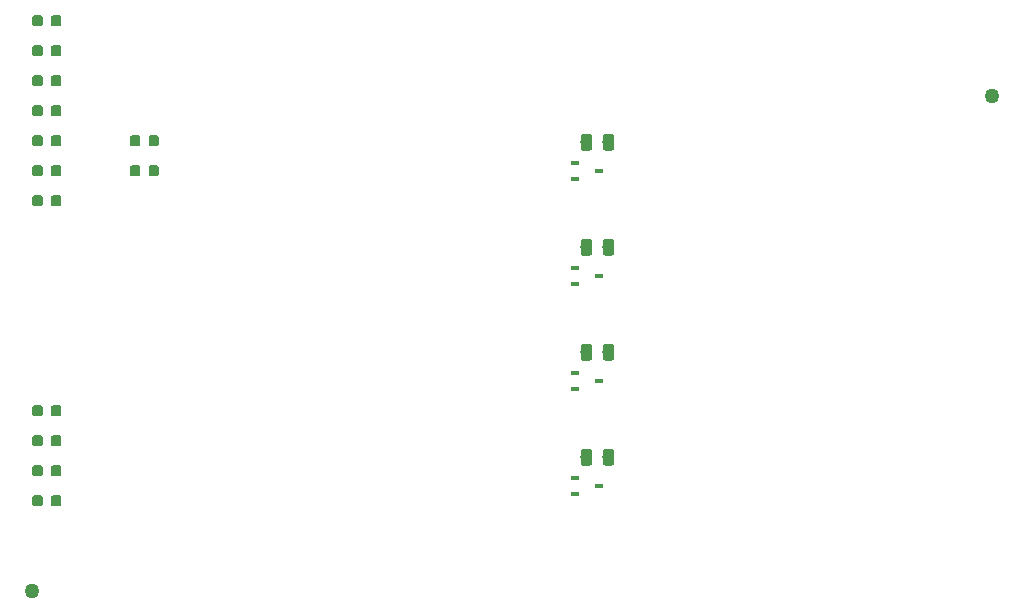
<source format=gbr>
G04 #@! TF.GenerationSoftware,KiCad,Pcbnew,5.0.2-bee76a0~70~ubuntu18.04.1*
G04 #@! TF.CreationDate,2019-06-23T18:14:28-07:00*
G04 #@! TF.ProjectId,aa-input-controller,61612d69-6e70-4757-942d-636f6e74726f,rev?*
G04 #@! TF.SameCoordinates,Original*
G04 #@! TF.FileFunction,Paste,Top*
G04 #@! TF.FilePolarity,Positive*
%FSLAX46Y46*%
G04 Gerber Fmt 4.6, Leading zero omitted, Abs format (unit mm)*
G04 Created by KiCad (PCBNEW 5.0.2-bee76a0~70~ubuntu18.04.1) date Sun 23 Jun 2019 06:14:28 PM PDT*
%MOMM*%
%LPD*%
G01*
G04 APERTURE LIST*
%ADD10C,0.100000*%
%ADD11C,0.875000*%
%ADD12C,0.975000*%
%ADD13R,0.700000X0.450000*%
%ADD14C,1.275080*%
G04 APERTURE END LIST*
D10*
G04 #@! TO.C,R209*
G36*
X123582691Y-87156053D02*
X123603926Y-87159203D01*
X123624750Y-87164419D01*
X123644962Y-87171651D01*
X123664368Y-87180830D01*
X123682781Y-87191866D01*
X123700024Y-87204654D01*
X123715930Y-87219070D01*
X123730346Y-87234976D01*
X123743134Y-87252219D01*
X123754170Y-87270632D01*
X123763349Y-87290038D01*
X123770581Y-87310250D01*
X123775797Y-87331074D01*
X123778947Y-87352309D01*
X123780000Y-87373750D01*
X123780000Y-87886250D01*
X123778947Y-87907691D01*
X123775797Y-87928926D01*
X123770581Y-87949750D01*
X123763349Y-87969962D01*
X123754170Y-87989368D01*
X123743134Y-88007781D01*
X123730346Y-88025024D01*
X123715930Y-88040930D01*
X123700024Y-88055346D01*
X123682781Y-88068134D01*
X123664368Y-88079170D01*
X123644962Y-88088349D01*
X123624750Y-88095581D01*
X123603926Y-88100797D01*
X123582691Y-88103947D01*
X123561250Y-88105000D01*
X123123750Y-88105000D01*
X123102309Y-88103947D01*
X123081074Y-88100797D01*
X123060250Y-88095581D01*
X123040038Y-88088349D01*
X123020632Y-88079170D01*
X123002219Y-88068134D01*
X122984976Y-88055346D01*
X122969070Y-88040930D01*
X122954654Y-88025024D01*
X122941866Y-88007781D01*
X122930830Y-87989368D01*
X122921651Y-87969962D01*
X122914419Y-87949750D01*
X122909203Y-87928926D01*
X122906053Y-87907691D01*
X122905000Y-87886250D01*
X122905000Y-87373750D01*
X122906053Y-87352309D01*
X122909203Y-87331074D01*
X122914419Y-87310250D01*
X122921651Y-87290038D01*
X122930830Y-87270632D01*
X122941866Y-87252219D01*
X122954654Y-87234976D01*
X122969070Y-87219070D01*
X122984976Y-87204654D01*
X123002219Y-87191866D01*
X123020632Y-87180830D01*
X123040038Y-87171651D01*
X123060250Y-87164419D01*
X123081074Y-87159203D01*
X123102309Y-87156053D01*
X123123750Y-87155000D01*
X123561250Y-87155000D01*
X123582691Y-87156053D01*
X123582691Y-87156053D01*
G37*
D11*
X123342500Y-87630000D03*
D10*
G36*
X122007691Y-87156053D02*
X122028926Y-87159203D01*
X122049750Y-87164419D01*
X122069962Y-87171651D01*
X122089368Y-87180830D01*
X122107781Y-87191866D01*
X122125024Y-87204654D01*
X122140930Y-87219070D01*
X122155346Y-87234976D01*
X122168134Y-87252219D01*
X122179170Y-87270632D01*
X122188349Y-87290038D01*
X122195581Y-87310250D01*
X122200797Y-87331074D01*
X122203947Y-87352309D01*
X122205000Y-87373750D01*
X122205000Y-87886250D01*
X122203947Y-87907691D01*
X122200797Y-87928926D01*
X122195581Y-87949750D01*
X122188349Y-87969962D01*
X122179170Y-87989368D01*
X122168134Y-88007781D01*
X122155346Y-88025024D01*
X122140930Y-88040930D01*
X122125024Y-88055346D01*
X122107781Y-88068134D01*
X122089368Y-88079170D01*
X122069962Y-88088349D01*
X122049750Y-88095581D01*
X122028926Y-88100797D01*
X122007691Y-88103947D01*
X121986250Y-88105000D01*
X121548750Y-88105000D01*
X121527309Y-88103947D01*
X121506074Y-88100797D01*
X121485250Y-88095581D01*
X121465038Y-88088349D01*
X121445632Y-88079170D01*
X121427219Y-88068134D01*
X121409976Y-88055346D01*
X121394070Y-88040930D01*
X121379654Y-88025024D01*
X121366866Y-88007781D01*
X121355830Y-87989368D01*
X121346651Y-87969962D01*
X121339419Y-87949750D01*
X121334203Y-87928926D01*
X121331053Y-87907691D01*
X121330000Y-87886250D01*
X121330000Y-87373750D01*
X121331053Y-87352309D01*
X121334203Y-87331074D01*
X121339419Y-87310250D01*
X121346651Y-87290038D01*
X121355830Y-87270632D01*
X121366866Y-87252219D01*
X121379654Y-87234976D01*
X121394070Y-87219070D01*
X121409976Y-87204654D01*
X121427219Y-87191866D01*
X121445632Y-87180830D01*
X121465038Y-87171651D01*
X121485250Y-87164419D01*
X121506074Y-87159203D01*
X121527309Y-87156053D01*
X121548750Y-87155000D01*
X121986250Y-87155000D01*
X122007691Y-87156053D01*
X122007691Y-87156053D01*
G37*
D11*
X121767500Y-87630000D03*
G04 #@! TD*
D10*
G04 #@! TO.C,R208*
G36*
X122007691Y-84616053D02*
X122028926Y-84619203D01*
X122049750Y-84624419D01*
X122069962Y-84631651D01*
X122089368Y-84640830D01*
X122107781Y-84651866D01*
X122125024Y-84664654D01*
X122140930Y-84679070D01*
X122155346Y-84694976D01*
X122168134Y-84712219D01*
X122179170Y-84730632D01*
X122188349Y-84750038D01*
X122195581Y-84770250D01*
X122200797Y-84791074D01*
X122203947Y-84812309D01*
X122205000Y-84833750D01*
X122205000Y-85346250D01*
X122203947Y-85367691D01*
X122200797Y-85388926D01*
X122195581Y-85409750D01*
X122188349Y-85429962D01*
X122179170Y-85449368D01*
X122168134Y-85467781D01*
X122155346Y-85485024D01*
X122140930Y-85500930D01*
X122125024Y-85515346D01*
X122107781Y-85528134D01*
X122089368Y-85539170D01*
X122069962Y-85548349D01*
X122049750Y-85555581D01*
X122028926Y-85560797D01*
X122007691Y-85563947D01*
X121986250Y-85565000D01*
X121548750Y-85565000D01*
X121527309Y-85563947D01*
X121506074Y-85560797D01*
X121485250Y-85555581D01*
X121465038Y-85548349D01*
X121445632Y-85539170D01*
X121427219Y-85528134D01*
X121409976Y-85515346D01*
X121394070Y-85500930D01*
X121379654Y-85485024D01*
X121366866Y-85467781D01*
X121355830Y-85449368D01*
X121346651Y-85429962D01*
X121339419Y-85409750D01*
X121334203Y-85388926D01*
X121331053Y-85367691D01*
X121330000Y-85346250D01*
X121330000Y-84833750D01*
X121331053Y-84812309D01*
X121334203Y-84791074D01*
X121339419Y-84770250D01*
X121346651Y-84750038D01*
X121355830Y-84730632D01*
X121366866Y-84712219D01*
X121379654Y-84694976D01*
X121394070Y-84679070D01*
X121409976Y-84664654D01*
X121427219Y-84651866D01*
X121445632Y-84640830D01*
X121465038Y-84631651D01*
X121485250Y-84624419D01*
X121506074Y-84619203D01*
X121527309Y-84616053D01*
X121548750Y-84615000D01*
X121986250Y-84615000D01*
X122007691Y-84616053D01*
X122007691Y-84616053D01*
G37*
D11*
X121767500Y-85090000D03*
D10*
G36*
X123582691Y-84616053D02*
X123603926Y-84619203D01*
X123624750Y-84624419D01*
X123644962Y-84631651D01*
X123664368Y-84640830D01*
X123682781Y-84651866D01*
X123700024Y-84664654D01*
X123715930Y-84679070D01*
X123730346Y-84694976D01*
X123743134Y-84712219D01*
X123754170Y-84730632D01*
X123763349Y-84750038D01*
X123770581Y-84770250D01*
X123775797Y-84791074D01*
X123778947Y-84812309D01*
X123780000Y-84833750D01*
X123780000Y-85346250D01*
X123778947Y-85367691D01*
X123775797Y-85388926D01*
X123770581Y-85409750D01*
X123763349Y-85429962D01*
X123754170Y-85449368D01*
X123743134Y-85467781D01*
X123730346Y-85485024D01*
X123715930Y-85500930D01*
X123700024Y-85515346D01*
X123682781Y-85528134D01*
X123664368Y-85539170D01*
X123644962Y-85548349D01*
X123624750Y-85555581D01*
X123603926Y-85560797D01*
X123582691Y-85563947D01*
X123561250Y-85565000D01*
X123123750Y-85565000D01*
X123102309Y-85563947D01*
X123081074Y-85560797D01*
X123060250Y-85555581D01*
X123040038Y-85548349D01*
X123020632Y-85539170D01*
X123002219Y-85528134D01*
X122984976Y-85515346D01*
X122969070Y-85500930D01*
X122954654Y-85485024D01*
X122941866Y-85467781D01*
X122930830Y-85449368D01*
X122921651Y-85429962D01*
X122914419Y-85409750D01*
X122909203Y-85388926D01*
X122906053Y-85367691D01*
X122905000Y-85346250D01*
X122905000Y-84833750D01*
X122906053Y-84812309D01*
X122909203Y-84791074D01*
X122914419Y-84770250D01*
X122921651Y-84750038D01*
X122930830Y-84730632D01*
X122941866Y-84712219D01*
X122954654Y-84694976D01*
X122969070Y-84679070D01*
X122984976Y-84664654D01*
X123002219Y-84651866D01*
X123020632Y-84640830D01*
X123040038Y-84631651D01*
X123060250Y-84624419D01*
X123081074Y-84619203D01*
X123102309Y-84616053D01*
X123123750Y-84615000D01*
X123561250Y-84615000D01*
X123582691Y-84616053D01*
X123582691Y-84616053D01*
G37*
D11*
X123342500Y-85090000D03*
G04 #@! TD*
D10*
G04 #@! TO.C,C211*
G36*
X160239142Y-84518174D02*
X160262803Y-84521684D01*
X160286007Y-84527496D01*
X160308529Y-84535554D01*
X160330153Y-84545782D01*
X160350670Y-84558079D01*
X160369883Y-84572329D01*
X160387607Y-84588393D01*
X160403671Y-84606117D01*
X160417921Y-84625330D01*
X160430218Y-84645847D01*
X160440446Y-84667471D01*
X160448504Y-84689993D01*
X160454316Y-84713197D01*
X160457826Y-84736858D01*
X160459000Y-84760750D01*
X160459000Y-85673250D01*
X160457826Y-85697142D01*
X160454316Y-85720803D01*
X160448504Y-85744007D01*
X160440446Y-85766529D01*
X160430218Y-85788153D01*
X160417921Y-85808670D01*
X160403671Y-85827883D01*
X160387607Y-85845607D01*
X160369883Y-85861671D01*
X160350670Y-85875921D01*
X160330153Y-85888218D01*
X160308529Y-85898446D01*
X160286007Y-85906504D01*
X160262803Y-85912316D01*
X160239142Y-85915826D01*
X160215250Y-85917000D01*
X159727750Y-85917000D01*
X159703858Y-85915826D01*
X159680197Y-85912316D01*
X159656993Y-85906504D01*
X159634471Y-85898446D01*
X159612847Y-85888218D01*
X159592330Y-85875921D01*
X159573117Y-85861671D01*
X159555393Y-85845607D01*
X159539329Y-85827883D01*
X159525079Y-85808670D01*
X159512782Y-85788153D01*
X159502554Y-85766529D01*
X159494496Y-85744007D01*
X159488684Y-85720803D01*
X159485174Y-85697142D01*
X159484000Y-85673250D01*
X159484000Y-84760750D01*
X159485174Y-84736858D01*
X159488684Y-84713197D01*
X159494496Y-84689993D01*
X159502554Y-84667471D01*
X159512782Y-84645847D01*
X159525079Y-84625330D01*
X159539329Y-84606117D01*
X159555393Y-84588393D01*
X159573117Y-84572329D01*
X159592330Y-84558079D01*
X159612847Y-84545782D01*
X159634471Y-84535554D01*
X159656993Y-84527496D01*
X159680197Y-84521684D01*
X159703858Y-84518174D01*
X159727750Y-84517000D01*
X160215250Y-84517000D01*
X160239142Y-84518174D01*
X160239142Y-84518174D01*
G37*
D12*
X159971500Y-85217000D03*
D10*
G36*
X162114142Y-84518174D02*
X162137803Y-84521684D01*
X162161007Y-84527496D01*
X162183529Y-84535554D01*
X162205153Y-84545782D01*
X162225670Y-84558079D01*
X162244883Y-84572329D01*
X162262607Y-84588393D01*
X162278671Y-84606117D01*
X162292921Y-84625330D01*
X162305218Y-84645847D01*
X162315446Y-84667471D01*
X162323504Y-84689993D01*
X162329316Y-84713197D01*
X162332826Y-84736858D01*
X162334000Y-84760750D01*
X162334000Y-85673250D01*
X162332826Y-85697142D01*
X162329316Y-85720803D01*
X162323504Y-85744007D01*
X162315446Y-85766529D01*
X162305218Y-85788153D01*
X162292921Y-85808670D01*
X162278671Y-85827883D01*
X162262607Y-85845607D01*
X162244883Y-85861671D01*
X162225670Y-85875921D01*
X162205153Y-85888218D01*
X162183529Y-85898446D01*
X162161007Y-85906504D01*
X162137803Y-85912316D01*
X162114142Y-85915826D01*
X162090250Y-85917000D01*
X161602750Y-85917000D01*
X161578858Y-85915826D01*
X161555197Y-85912316D01*
X161531993Y-85906504D01*
X161509471Y-85898446D01*
X161487847Y-85888218D01*
X161467330Y-85875921D01*
X161448117Y-85861671D01*
X161430393Y-85845607D01*
X161414329Y-85827883D01*
X161400079Y-85808670D01*
X161387782Y-85788153D01*
X161377554Y-85766529D01*
X161369496Y-85744007D01*
X161363684Y-85720803D01*
X161360174Y-85697142D01*
X161359000Y-85673250D01*
X161359000Y-84760750D01*
X161360174Y-84736858D01*
X161363684Y-84713197D01*
X161369496Y-84689993D01*
X161377554Y-84667471D01*
X161387782Y-84645847D01*
X161400079Y-84625330D01*
X161414329Y-84606117D01*
X161430393Y-84588393D01*
X161448117Y-84572329D01*
X161467330Y-84558079D01*
X161487847Y-84545782D01*
X161509471Y-84535554D01*
X161531993Y-84527496D01*
X161555197Y-84521684D01*
X161578858Y-84518174D01*
X161602750Y-84517000D01*
X162090250Y-84517000D01*
X162114142Y-84518174D01*
X162114142Y-84518174D01*
G37*
D12*
X161846500Y-85217000D03*
G04 #@! TD*
D10*
G04 #@! TO.C,C221*
G36*
X162114142Y-93408174D02*
X162137803Y-93411684D01*
X162161007Y-93417496D01*
X162183529Y-93425554D01*
X162205153Y-93435782D01*
X162225670Y-93448079D01*
X162244883Y-93462329D01*
X162262607Y-93478393D01*
X162278671Y-93496117D01*
X162292921Y-93515330D01*
X162305218Y-93535847D01*
X162315446Y-93557471D01*
X162323504Y-93579993D01*
X162329316Y-93603197D01*
X162332826Y-93626858D01*
X162334000Y-93650750D01*
X162334000Y-94563250D01*
X162332826Y-94587142D01*
X162329316Y-94610803D01*
X162323504Y-94634007D01*
X162315446Y-94656529D01*
X162305218Y-94678153D01*
X162292921Y-94698670D01*
X162278671Y-94717883D01*
X162262607Y-94735607D01*
X162244883Y-94751671D01*
X162225670Y-94765921D01*
X162205153Y-94778218D01*
X162183529Y-94788446D01*
X162161007Y-94796504D01*
X162137803Y-94802316D01*
X162114142Y-94805826D01*
X162090250Y-94807000D01*
X161602750Y-94807000D01*
X161578858Y-94805826D01*
X161555197Y-94802316D01*
X161531993Y-94796504D01*
X161509471Y-94788446D01*
X161487847Y-94778218D01*
X161467330Y-94765921D01*
X161448117Y-94751671D01*
X161430393Y-94735607D01*
X161414329Y-94717883D01*
X161400079Y-94698670D01*
X161387782Y-94678153D01*
X161377554Y-94656529D01*
X161369496Y-94634007D01*
X161363684Y-94610803D01*
X161360174Y-94587142D01*
X161359000Y-94563250D01*
X161359000Y-93650750D01*
X161360174Y-93626858D01*
X161363684Y-93603197D01*
X161369496Y-93579993D01*
X161377554Y-93557471D01*
X161387782Y-93535847D01*
X161400079Y-93515330D01*
X161414329Y-93496117D01*
X161430393Y-93478393D01*
X161448117Y-93462329D01*
X161467330Y-93448079D01*
X161487847Y-93435782D01*
X161509471Y-93425554D01*
X161531993Y-93417496D01*
X161555197Y-93411684D01*
X161578858Y-93408174D01*
X161602750Y-93407000D01*
X162090250Y-93407000D01*
X162114142Y-93408174D01*
X162114142Y-93408174D01*
G37*
D12*
X161846500Y-94107000D03*
D10*
G36*
X160239142Y-93408174D02*
X160262803Y-93411684D01*
X160286007Y-93417496D01*
X160308529Y-93425554D01*
X160330153Y-93435782D01*
X160350670Y-93448079D01*
X160369883Y-93462329D01*
X160387607Y-93478393D01*
X160403671Y-93496117D01*
X160417921Y-93515330D01*
X160430218Y-93535847D01*
X160440446Y-93557471D01*
X160448504Y-93579993D01*
X160454316Y-93603197D01*
X160457826Y-93626858D01*
X160459000Y-93650750D01*
X160459000Y-94563250D01*
X160457826Y-94587142D01*
X160454316Y-94610803D01*
X160448504Y-94634007D01*
X160440446Y-94656529D01*
X160430218Y-94678153D01*
X160417921Y-94698670D01*
X160403671Y-94717883D01*
X160387607Y-94735607D01*
X160369883Y-94751671D01*
X160350670Y-94765921D01*
X160330153Y-94778218D01*
X160308529Y-94788446D01*
X160286007Y-94796504D01*
X160262803Y-94802316D01*
X160239142Y-94805826D01*
X160215250Y-94807000D01*
X159727750Y-94807000D01*
X159703858Y-94805826D01*
X159680197Y-94802316D01*
X159656993Y-94796504D01*
X159634471Y-94788446D01*
X159612847Y-94778218D01*
X159592330Y-94765921D01*
X159573117Y-94751671D01*
X159555393Y-94735607D01*
X159539329Y-94717883D01*
X159525079Y-94698670D01*
X159512782Y-94678153D01*
X159502554Y-94656529D01*
X159494496Y-94634007D01*
X159488684Y-94610803D01*
X159485174Y-94587142D01*
X159484000Y-94563250D01*
X159484000Y-93650750D01*
X159485174Y-93626858D01*
X159488684Y-93603197D01*
X159494496Y-93579993D01*
X159502554Y-93557471D01*
X159512782Y-93535847D01*
X159525079Y-93515330D01*
X159539329Y-93496117D01*
X159555393Y-93478393D01*
X159573117Y-93462329D01*
X159592330Y-93448079D01*
X159612847Y-93435782D01*
X159634471Y-93425554D01*
X159656993Y-93417496D01*
X159680197Y-93411684D01*
X159703858Y-93408174D01*
X159727750Y-93407000D01*
X160215250Y-93407000D01*
X160239142Y-93408174D01*
X160239142Y-93408174D01*
G37*
D12*
X159971500Y-94107000D03*
G04 #@! TD*
D10*
G04 #@! TO.C,C231*
G36*
X160239142Y-102298174D02*
X160262803Y-102301684D01*
X160286007Y-102307496D01*
X160308529Y-102315554D01*
X160330153Y-102325782D01*
X160350670Y-102338079D01*
X160369883Y-102352329D01*
X160387607Y-102368393D01*
X160403671Y-102386117D01*
X160417921Y-102405330D01*
X160430218Y-102425847D01*
X160440446Y-102447471D01*
X160448504Y-102469993D01*
X160454316Y-102493197D01*
X160457826Y-102516858D01*
X160459000Y-102540750D01*
X160459000Y-103453250D01*
X160457826Y-103477142D01*
X160454316Y-103500803D01*
X160448504Y-103524007D01*
X160440446Y-103546529D01*
X160430218Y-103568153D01*
X160417921Y-103588670D01*
X160403671Y-103607883D01*
X160387607Y-103625607D01*
X160369883Y-103641671D01*
X160350670Y-103655921D01*
X160330153Y-103668218D01*
X160308529Y-103678446D01*
X160286007Y-103686504D01*
X160262803Y-103692316D01*
X160239142Y-103695826D01*
X160215250Y-103697000D01*
X159727750Y-103697000D01*
X159703858Y-103695826D01*
X159680197Y-103692316D01*
X159656993Y-103686504D01*
X159634471Y-103678446D01*
X159612847Y-103668218D01*
X159592330Y-103655921D01*
X159573117Y-103641671D01*
X159555393Y-103625607D01*
X159539329Y-103607883D01*
X159525079Y-103588670D01*
X159512782Y-103568153D01*
X159502554Y-103546529D01*
X159494496Y-103524007D01*
X159488684Y-103500803D01*
X159485174Y-103477142D01*
X159484000Y-103453250D01*
X159484000Y-102540750D01*
X159485174Y-102516858D01*
X159488684Y-102493197D01*
X159494496Y-102469993D01*
X159502554Y-102447471D01*
X159512782Y-102425847D01*
X159525079Y-102405330D01*
X159539329Y-102386117D01*
X159555393Y-102368393D01*
X159573117Y-102352329D01*
X159592330Y-102338079D01*
X159612847Y-102325782D01*
X159634471Y-102315554D01*
X159656993Y-102307496D01*
X159680197Y-102301684D01*
X159703858Y-102298174D01*
X159727750Y-102297000D01*
X160215250Y-102297000D01*
X160239142Y-102298174D01*
X160239142Y-102298174D01*
G37*
D12*
X159971500Y-102997000D03*
D10*
G36*
X162114142Y-102298174D02*
X162137803Y-102301684D01*
X162161007Y-102307496D01*
X162183529Y-102315554D01*
X162205153Y-102325782D01*
X162225670Y-102338079D01*
X162244883Y-102352329D01*
X162262607Y-102368393D01*
X162278671Y-102386117D01*
X162292921Y-102405330D01*
X162305218Y-102425847D01*
X162315446Y-102447471D01*
X162323504Y-102469993D01*
X162329316Y-102493197D01*
X162332826Y-102516858D01*
X162334000Y-102540750D01*
X162334000Y-103453250D01*
X162332826Y-103477142D01*
X162329316Y-103500803D01*
X162323504Y-103524007D01*
X162315446Y-103546529D01*
X162305218Y-103568153D01*
X162292921Y-103588670D01*
X162278671Y-103607883D01*
X162262607Y-103625607D01*
X162244883Y-103641671D01*
X162225670Y-103655921D01*
X162205153Y-103668218D01*
X162183529Y-103678446D01*
X162161007Y-103686504D01*
X162137803Y-103692316D01*
X162114142Y-103695826D01*
X162090250Y-103697000D01*
X161602750Y-103697000D01*
X161578858Y-103695826D01*
X161555197Y-103692316D01*
X161531993Y-103686504D01*
X161509471Y-103678446D01*
X161487847Y-103668218D01*
X161467330Y-103655921D01*
X161448117Y-103641671D01*
X161430393Y-103625607D01*
X161414329Y-103607883D01*
X161400079Y-103588670D01*
X161387782Y-103568153D01*
X161377554Y-103546529D01*
X161369496Y-103524007D01*
X161363684Y-103500803D01*
X161360174Y-103477142D01*
X161359000Y-103453250D01*
X161359000Y-102540750D01*
X161360174Y-102516858D01*
X161363684Y-102493197D01*
X161369496Y-102469993D01*
X161377554Y-102447471D01*
X161387782Y-102425847D01*
X161400079Y-102405330D01*
X161414329Y-102386117D01*
X161430393Y-102368393D01*
X161448117Y-102352329D01*
X161467330Y-102338079D01*
X161487847Y-102325782D01*
X161509471Y-102315554D01*
X161531993Y-102307496D01*
X161555197Y-102301684D01*
X161578858Y-102298174D01*
X161602750Y-102297000D01*
X162090250Y-102297000D01*
X162114142Y-102298174D01*
X162114142Y-102298174D01*
G37*
D12*
X161846500Y-102997000D03*
G04 #@! TD*
D10*
G04 #@! TO.C,C241*
G36*
X162114142Y-111188174D02*
X162137803Y-111191684D01*
X162161007Y-111197496D01*
X162183529Y-111205554D01*
X162205153Y-111215782D01*
X162225670Y-111228079D01*
X162244883Y-111242329D01*
X162262607Y-111258393D01*
X162278671Y-111276117D01*
X162292921Y-111295330D01*
X162305218Y-111315847D01*
X162315446Y-111337471D01*
X162323504Y-111359993D01*
X162329316Y-111383197D01*
X162332826Y-111406858D01*
X162334000Y-111430750D01*
X162334000Y-112343250D01*
X162332826Y-112367142D01*
X162329316Y-112390803D01*
X162323504Y-112414007D01*
X162315446Y-112436529D01*
X162305218Y-112458153D01*
X162292921Y-112478670D01*
X162278671Y-112497883D01*
X162262607Y-112515607D01*
X162244883Y-112531671D01*
X162225670Y-112545921D01*
X162205153Y-112558218D01*
X162183529Y-112568446D01*
X162161007Y-112576504D01*
X162137803Y-112582316D01*
X162114142Y-112585826D01*
X162090250Y-112587000D01*
X161602750Y-112587000D01*
X161578858Y-112585826D01*
X161555197Y-112582316D01*
X161531993Y-112576504D01*
X161509471Y-112568446D01*
X161487847Y-112558218D01*
X161467330Y-112545921D01*
X161448117Y-112531671D01*
X161430393Y-112515607D01*
X161414329Y-112497883D01*
X161400079Y-112478670D01*
X161387782Y-112458153D01*
X161377554Y-112436529D01*
X161369496Y-112414007D01*
X161363684Y-112390803D01*
X161360174Y-112367142D01*
X161359000Y-112343250D01*
X161359000Y-111430750D01*
X161360174Y-111406858D01*
X161363684Y-111383197D01*
X161369496Y-111359993D01*
X161377554Y-111337471D01*
X161387782Y-111315847D01*
X161400079Y-111295330D01*
X161414329Y-111276117D01*
X161430393Y-111258393D01*
X161448117Y-111242329D01*
X161467330Y-111228079D01*
X161487847Y-111215782D01*
X161509471Y-111205554D01*
X161531993Y-111197496D01*
X161555197Y-111191684D01*
X161578858Y-111188174D01*
X161602750Y-111187000D01*
X162090250Y-111187000D01*
X162114142Y-111188174D01*
X162114142Y-111188174D01*
G37*
D12*
X161846500Y-111887000D03*
D10*
G36*
X160239142Y-111188174D02*
X160262803Y-111191684D01*
X160286007Y-111197496D01*
X160308529Y-111205554D01*
X160330153Y-111215782D01*
X160350670Y-111228079D01*
X160369883Y-111242329D01*
X160387607Y-111258393D01*
X160403671Y-111276117D01*
X160417921Y-111295330D01*
X160430218Y-111315847D01*
X160440446Y-111337471D01*
X160448504Y-111359993D01*
X160454316Y-111383197D01*
X160457826Y-111406858D01*
X160459000Y-111430750D01*
X160459000Y-112343250D01*
X160457826Y-112367142D01*
X160454316Y-112390803D01*
X160448504Y-112414007D01*
X160440446Y-112436529D01*
X160430218Y-112458153D01*
X160417921Y-112478670D01*
X160403671Y-112497883D01*
X160387607Y-112515607D01*
X160369883Y-112531671D01*
X160350670Y-112545921D01*
X160330153Y-112558218D01*
X160308529Y-112568446D01*
X160286007Y-112576504D01*
X160262803Y-112582316D01*
X160239142Y-112585826D01*
X160215250Y-112587000D01*
X159727750Y-112587000D01*
X159703858Y-112585826D01*
X159680197Y-112582316D01*
X159656993Y-112576504D01*
X159634471Y-112568446D01*
X159612847Y-112558218D01*
X159592330Y-112545921D01*
X159573117Y-112531671D01*
X159555393Y-112515607D01*
X159539329Y-112497883D01*
X159525079Y-112478670D01*
X159512782Y-112458153D01*
X159502554Y-112436529D01*
X159494496Y-112414007D01*
X159488684Y-112390803D01*
X159485174Y-112367142D01*
X159484000Y-112343250D01*
X159484000Y-111430750D01*
X159485174Y-111406858D01*
X159488684Y-111383197D01*
X159494496Y-111359993D01*
X159502554Y-111337471D01*
X159512782Y-111315847D01*
X159525079Y-111295330D01*
X159539329Y-111276117D01*
X159555393Y-111258393D01*
X159573117Y-111242329D01*
X159592330Y-111228079D01*
X159612847Y-111215782D01*
X159634471Y-111205554D01*
X159656993Y-111197496D01*
X159680197Y-111191684D01*
X159703858Y-111188174D01*
X159727750Y-111187000D01*
X160215250Y-111187000D01*
X160239142Y-111188174D01*
X160239142Y-111188174D01*
G37*
D12*
X159971500Y-111887000D03*
G04 #@! TD*
D13*
G04 #@! TO.C,Q231*
X161020000Y-105410000D03*
X159020000Y-106060000D03*
X159020000Y-104760000D03*
G04 #@! TD*
G04 #@! TO.C,Q221*
X159020000Y-95870000D03*
X159020000Y-97170000D03*
X161020000Y-96520000D03*
G04 #@! TD*
G04 #@! TO.C,Q211*
X161020000Y-87630000D03*
X159020000Y-88280000D03*
X159020000Y-86980000D03*
G04 #@! TD*
G04 #@! TO.C,Q241*
X159020000Y-113650000D03*
X159020000Y-114950000D03*
X161020000Y-114300000D03*
G04 #@! TD*
D10*
G04 #@! TO.C,R241*
G36*
X115327691Y-115096053D02*
X115348926Y-115099203D01*
X115369750Y-115104419D01*
X115389962Y-115111651D01*
X115409368Y-115120830D01*
X115427781Y-115131866D01*
X115445024Y-115144654D01*
X115460930Y-115159070D01*
X115475346Y-115174976D01*
X115488134Y-115192219D01*
X115499170Y-115210632D01*
X115508349Y-115230038D01*
X115515581Y-115250250D01*
X115520797Y-115271074D01*
X115523947Y-115292309D01*
X115525000Y-115313750D01*
X115525000Y-115826250D01*
X115523947Y-115847691D01*
X115520797Y-115868926D01*
X115515581Y-115889750D01*
X115508349Y-115909962D01*
X115499170Y-115929368D01*
X115488134Y-115947781D01*
X115475346Y-115965024D01*
X115460930Y-115980930D01*
X115445024Y-115995346D01*
X115427781Y-116008134D01*
X115409368Y-116019170D01*
X115389962Y-116028349D01*
X115369750Y-116035581D01*
X115348926Y-116040797D01*
X115327691Y-116043947D01*
X115306250Y-116045000D01*
X114868750Y-116045000D01*
X114847309Y-116043947D01*
X114826074Y-116040797D01*
X114805250Y-116035581D01*
X114785038Y-116028349D01*
X114765632Y-116019170D01*
X114747219Y-116008134D01*
X114729976Y-115995346D01*
X114714070Y-115980930D01*
X114699654Y-115965024D01*
X114686866Y-115947781D01*
X114675830Y-115929368D01*
X114666651Y-115909962D01*
X114659419Y-115889750D01*
X114654203Y-115868926D01*
X114651053Y-115847691D01*
X114650000Y-115826250D01*
X114650000Y-115313750D01*
X114651053Y-115292309D01*
X114654203Y-115271074D01*
X114659419Y-115250250D01*
X114666651Y-115230038D01*
X114675830Y-115210632D01*
X114686866Y-115192219D01*
X114699654Y-115174976D01*
X114714070Y-115159070D01*
X114729976Y-115144654D01*
X114747219Y-115131866D01*
X114765632Y-115120830D01*
X114785038Y-115111651D01*
X114805250Y-115104419D01*
X114826074Y-115099203D01*
X114847309Y-115096053D01*
X114868750Y-115095000D01*
X115306250Y-115095000D01*
X115327691Y-115096053D01*
X115327691Y-115096053D01*
G37*
D11*
X115087500Y-115570000D03*
D10*
G36*
X113752691Y-115096053D02*
X113773926Y-115099203D01*
X113794750Y-115104419D01*
X113814962Y-115111651D01*
X113834368Y-115120830D01*
X113852781Y-115131866D01*
X113870024Y-115144654D01*
X113885930Y-115159070D01*
X113900346Y-115174976D01*
X113913134Y-115192219D01*
X113924170Y-115210632D01*
X113933349Y-115230038D01*
X113940581Y-115250250D01*
X113945797Y-115271074D01*
X113948947Y-115292309D01*
X113950000Y-115313750D01*
X113950000Y-115826250D01*
X113948947Y-115847691D01*
X113945797Y-115868926D01*
X113940581Y-115889750D01*
X113933349Y-115909962D01*
X113924170Y-115929368D01*
X113913134Y-115947781D01*
X113900346Y-115965024D01*
X113885930Y-115980930D01*
X113870024Y-115995346D01*
X113852781Y-116008134D01*
X113834368Y-116019170D01*
X113814962Y-116028349D01*
X113794750Y-116035581D01*
X113773926Y-116040797D01*
X113752691Y-116043947D01*
X113731250Y-116045000D01*
X113293750Y-116045000D01*
X113272309Y-116043947D01*
X113251074Y-116040797D01*
X113230250Y-116035581D01*
X113210038Y-116028349D01*
X113190632Y-116019170D01*
X113172219Y-116008134D01*
X113154976Y-115995346D01*
X113139070Y-115980930D01*
X113124654Y-115965024D01*
X113111866Y-115947781D01*
X113100830Y-115929368D01*
X113091651Y-115909962D01*
X113084419Y-115889750D01*
X113079203Y-115868926D01*
X113076053Y-115847691D01*
X113075000Y-115826250D01*
X113075000Y-115313750D01*
X113076053Y-115292309D01*
X113079203Y-115271074D01*
X113084419Y-115250250D01*
X113091651Y-115230038D01*
X113100830Y-115210632D01*
X113111866Y-115192219D01*
X113124654Y-115174976D01*
X113139070Y-115159070D01*
X113154976Y-115144654D01*
X113172219Y-115131866D01*
X113190632Y-115120830D01*
X113210038Y-115111651D01*
X113230250Y-115104419D01*
X113251074Y-115099203D01*
X113272309Y-115096053D01*
X113293750Y-115095000D01*
X113731250Y-115095000D01*
X113752691Y-115096053D01*
X113752691Y-115096053D01*
G37*
D11*
X113512500Y-115570000D03*
G04 #@! TD*
D10*
G04 #@! TO.C,R201*
G36*
X113752691Y-89696053D02*
X113773926Y-89699203D01*
X113794750Y-89704419D01*
X113814962Y-89711651D01*
X113834368Y-89720830D01*
X113852781Y-89731866D01*
X113870024Y-89744654D01*
X113885930Y-89759070D01*
X113900346Y-89774976D01*
X113913134Y-89792219D01*
X113924170Y-89810632D01*
X113933349Y-89830038D01*
X113940581Y-89850250D01*
X113945797Y-89871074D01*
X113948947Y-89892309D01*
X113950000Y-89913750D01*
X113950000Y-90426250D01*
X113948947Y-90447691D01*
X113945797Y-90468926D01*
X113940581Y-90489750D01*
X113933349Y-90509962D01*
X113924170Y-90529368D01*
X113913134Y-90547781D01*
X113900346Y-90565024D01*
X113885930Y-90580930D01*
X113870024Y-90595346D01*
X113852781Y-90608134D01*
X113834368Y-90619170D01*
X113814962Y-90628349D01*
X113794750Y-90635581D01*
X113773926Y-90640797D01*
X113752691Y-90643947D01*
X113731250Y-90645000D01*
X113293750Y-90645000D01*
X113272309Y-90643947D01*
X113251074Y-90640797D01*
X113230250Y-90635581D01*
X113210038Y-90628349D01*
X113190632Y-90619170D01*
X113172219Y-90608134D01*
X113154976Y-90595346D01*
X113139070Y-90580930D01*
X113124654Y-90565024D01*
X113111866Y-90547781D01*
X113100830Y-90529368D01*
X113091651Y-90509962D01*
X113084419Y-90489750D01*
X113079203Y-90468926D01*
X113076053Y-90447691D01*
X113075000Y-90426250D01*
X113075000Y-89913750D01*
X113076053Y-89892309D01*
X113079203Y-89871074D01*
X113084419Y-89850250D01*
X113091651Y-89830038D01*
X113100830Y-89810632D01*
X113111866Y-89792219D01*
X113124654Y-89774976D01*
X113139070Y-89759070D01*
X113154976Y-89744654D01*
X113172219Y-89731866D01*
X113190632Y-89720830D01*
X113210038Y-89711651D01*
X113230250Y-89704419D01*
X113251074Y-89699203D01*
X113272309Y-89696053D01*
X113293750Y-89695000D01*
X113731250Y-89695000D01*
X113752691Y-89696053D01*
X113752691Y-89696053D01*
G37*
D11*
X113512500Y-90170000D03*
D10*
G36*
X115327691Y-89696053D02*
X115348926Y-89699203D01*
X115369750Y-89704419D01*
X115389962Y-89711651D01*
X115409368Y-89720830D01*
X115427781Y-89731866D01*
X115445024Y-89744654D01*
X115460930Y-89759070D01*
X115475346Y-89774976D01*
X115488134Y-89792219D01*
X115499170Y-89810632D01*
X115508349Y-89830038D01*
X115515581Y-89850250D01*
X115520797Y-89871074D01*
X115523947Y-89892309D01*
X115525000Y-89913750D01*
X115525000Y-90426250D01*
X115523947Y-90447691D01*
X115520797Y-90468926D01*
X115515581Y-90489750D01*
X115508349Y-90509962D01*
X115499170Y-90529368D01*
X115488134Y-90547781D01*
X115475346Y-90565024D01*
X115460930Y-90580930D01*
X115445024Y-90595346D01*
X115427781Y-90608134D01*
X115409368Y-90619170D01*
X115389962Y-90628349D01*
X115369750Y-90635581D01*
X115348926Y-90640797D01*
X115327691Y-90643947D01*
X115306250Y-90645000D01*
X114868750Y-90645000D01*
X114847309Y-90643947D01*
X114826074Y-90640797D01*
X114805250Y-90635581D01*
X114785038Y-90628349D01*
X114765632Y-90619170D01*
X114747219Y-90608134D01*
X114729976Y-90595346D01*
X114714070Y-90580930D01*
X114699654Y-90565024D01*
X114686866Y-90547781D01*
X114675830Y-90529368D01*
X114666651Y-90509962D01*
X114659419Y-90489750D01*
X114654203Y-90468926D01*
X114651053Y-90447691D01*
X114650000Y-90426250D01*
X114650000Y-89913750D01*
X114651053Y-89892309D01*
X114654203Y-89871074D01*
X114659419Y-89850250D01*
X114666651Y-89830038D01*
X114675830Y-89810632D01*
X114686866Y-89792219D01*
X114699654Y-89774976D01*
X114714070Y-89759070D01*
X114729976Y-89744654D01*
X114747219Y-89731866D01*
X114765632Y-89720830D01*
X114785038Y-89711651D01*
X114805250Y-89704419D01*
X114826074Y-89699203D01*
X114847309Y-89696053D01*
X114868750Y-89695000D01*
X115306250Y-89695000D01*
X115327691Y-89696053D01*
X115327691Y-89696053D01*
G37*
D11*
X115087500Y-90170000D03*
G04 #@! TD*
D10*
G04 #@! TO.C,R202*
G36*
X115327691Y-87156053D02*
X115348926Y-87159203D01*
X115369750Y-87164419D01*
X115389962Y-87171651D01*
X115409368Y-87180830D01*
X115427781Y-87191866D01*
X115445024Y-87204654D01*
X115460930Y-87219070D01*
X115475346Y-87234976D01*
X115488134Y-87252219D01*
X115499170Y-87270632D01*
X115508349Y-87290038D01*
X115515581Y-87310250D01*
X115520797Y-87331074D01*
X115523947Y-87352309D01*
X115525000Y-87373750D01*
X115525000Y-87886250D01*
X115523947Y-87907691D01*
X115520797Y-87928926D01*
X115515581Y-87949750D01*
X115508349Y-87969962D01*
X115499170Y-87989368D01*
X115488134Y-88007781D01*
X115475346Y-88025024D01*
X115460930Y-88040930D01*
X115445024Y-88055346D01*
X115427781Y-88068134D01*
X115409368Y-88079170D01*
X115389962Y-88088349D01*
X115369750Y-88095581D01*
X115348926Y-88100797D01*
X115327691Y-88103947D01*
X115306250Y-88105000D01*
X114868750Y-88105000D01*
X114847309Y-88103947D01*
X114826074Y-88100797D01*
X114805250Y-88095581D01*
X114785038Y-88088349D01*
X114765632Y-88079170D01*
X114747219Y-88068134D01*
X114729976Y-88055346D01*
X114714070Y-88040930D01*
X114699654Y-88025024D01*
X114686866Y-88007781D01*
X114675830Y-87989368D01*
X114666651Y-87969962D01*
X114659419Y-87949750D01*
X114654203Y-87928926D01*
X114651053Y-87907691D01*
X114650000Y-87886250D01*
X114650000Y-87373750D01*
X114651053Y-87352309D01*
X114654203Y-87331074D01*
X114659419Y-87310250D01*
X114666651Y-87290038D01*
X114675830Y-87270632D01*
X114686866Y-87252219D01*
X114699654Y-87234976D01*
X114714070Y-87219070D01*
X114729976Y-87204654D01*
X114747219Y-87191866D01*
X114765632Y-87180830D01*
X114785038Y-87171651D01*
X114805250Y-87164419D01*
X114826074Y-87159203D01*
X114847309Y-87156053D01*
X114868750Y-87155000D01*
X115306250Y-87155000D01*
X115327691Y-87156053D01*
X115327691Y-87156053D01*
G37*
D11*
X115087500Y-87630000D03*
D10*
G36*
X113752691Y-87156053D02*
X113773926Y-87159203D01*
X113794750Y-87164419D01*
X113814962Y-87171651D01*
X113834368Y-87180830D01*
X113852781Y-87191866D01*
X113870024Y-87204654D01*
X113885930Y-87219070D01*
X113900346Y-87234976D01*
X113913134Y-87252219D01*
X113924170Y-87270632D01*
X113933349Y-87290038D01*
X113940581Y-87310250D01*
X113945797Y-87331074D01*
X113948947Y-87352309D01*
X113950000Y-87373750D01*
X113950000Y-87886250D01*
X113948947Y-87907691D01*
X113945797Y-87928926D01*
X113940581Y-87949750D01*
X113933349Y-87969962D01*
X113924170Y-87989368D01*
X113913134Y-88007781D01*
X113900346Y-88025024D01*
X113885930Y-88040930D01*
X113870024Y-88055346D01*
X113852781Y-88068134D01*
X113834368Y-88079170D01*
X113814962Y-88088349D01*
X113794750Y-88095581D01*
X113773926Y-88100797D01*
X113752691Y-88103947D01*
X113731250Y-88105000D01*
X113293750Y-88105000D01*
X113272309Y-88103947D01*
X113251074Y-88100797D01*
X113230250Y-88095581D01*
X113210038Y-88088349D01*
X113190632Y-88079170D01*
X113172219Y-88068134D01*
X113154976Y-88055346D01*
X113139070Y-88040930D01*
X113124654Y-88025024D01*
X113111866Y-88007781D01*
X113100830Y-87989368D01*
X113091651Y-87969962D01*
X113084419Y-87949750D01*
X113079203Y-87928926D01*
X113076053Y-87907691D01*
X113075000Y-87886250D01*
X113075000Y-87373750D01*
X113076053Y-87352309D01*
X113079203Y-87331074D01*
X113084419Y-87310250D01*
X113091651Y-87290038D01*
X113100830Y-87270632D01*
X113111866Y-87252219D01*
X113124654Y-87234976D01*
X113139070Y-87219070D01*
X113154976Y-87204654D01*
X113172219Y-87191866D01*
X113190632Y-87180830D01*
X113210038Y-87171651D01*
X113230250Y-87164419D01*
X113251074Y-87159203D01*
X113272309Y-87156053D01*
X113293750Y-87155000D01*
X113731250Y-87155000D01*
X113752691Y-87156053D01*
X113752691Y-87156053D01*
G37*
D11*
X113512500Y-87630000D03*
G04 #@! TD*
D10*
G04 #@! TO.C,R231*
G36*
X113752691Y-112556053D02*
X113773926Y-112559203D01*
X113794750Y-112564419D01*
X113814962Y-112571651D01*
X113834368Y-112580830D01*
X113852781Y-112591866D01*
X113870024Y-112604654D01*
X113885930Y-112619070D01*
X113900346Y-112634976D01*
X113913134Y-112652219D01*
X113924170Y-112670632D01*
X113933349Y-112690038D01*
X113940581Y-112710250D01*
X113945797Y-112731074D01*
X113948947Y-112752309D01*
X113950000Y-112773750D01*
X113950000Y-113286250D01*
X113948947Y-113307691D01*
X113945797Y-113328926D01*
X113940581Y-113349750D01*
X113933349Y-113369962D01*
X113924170Y-113389368D01*
X113913134Y-113407781D01*
X113900346Y-113425024D01*
X113885930Y-113440930D01*
X113870024Y-113455346D01*
X113852781Y-113468134D01*
X113834368Y-113479170D01*
X113814962Y-113488349D01*
X113794750Y-113495581D01*
X113773926Y-113500797D01*
X113752691Y-113503947D01*
X113731250Y-113505000D01*
X113293750Y-113505000D01*
X113272309Y-113503947D01*
X113251074Y-113500797D01*
X113230250Y-113495581D01*
X113210038Y-113488349D01*
X113190632Y-113479170D01*
X113172219Y-113468134D01*
X113154976Y-113455346D01*
X113139070Y-113440930D01*
X113124654Y-113425024D01*
X113111866Y-113407781D01*
X113100830Y-113389368D01*
X113091651Y-113369962D01*
X113084419Y-113349750D01*
X113079203Y-113328926D01*
X113076053Y-113307691D01*
X113075000Y-113286250D01*
X113075000Y-112773750D01*
X113076053Y-112752309D01*
X113079203Y-112731074D01*
X113084419Y-112710250D01*
X113091651Y-112690038D01*
X113100830Y-112670632D01*
X113111866Y-112652219D01*
X113124654Y-112634976D01*
X113139070Y-112619070D01*
X113154976Y-112604654D01*
X113172219Y-112591866D01*
X113190632Y-112580830D01*
X113210038Y-112571651D01*
X113230250Y-112564419D01*
X113251074Y-112559203D01*
X113272309Y-112556053D01*
X113293750Y-112555000D01*
X113731250Y-112555000D01*
X113752691Y-112556053D01*
X113752691Y-112556053D01*
G37*
D11*
X113512500Y-113030000D03*
D10*
G36*
X115327691Y-112556053D02*
X115348926Y-112559203D01*
X115369750Y-112564419D01*
X115389962Y-112571651D01*
X115409368Y-112580830D01*
X115427781Y-112591866D01*
X115445024Y-112604654D01*
X115460930Y-112619070D01*
X115475346Y-112634976D01*
X115488134Y-112652219D01*
X115499170Y-112670632D01*
X115508349Y-112690038D01*
X115515581Y-112710250D01*
X115520797Y-112731074D01*
X115523947Y-112752309D01*
X115525000Y-112773750D01*
X115525000Y-113286250D01*
X115523947Y-113307691D01*
X115520797Y-113328926D01*
X115515581Y-113349750D01*
X115508349Y-113369962D01*
X115499170Y-113389368D01*
X115488134Y-113407781D01*
X115475346Y-113425024D01*
X115460930Y-113440930D01*
X115445024Y-113455346D01*
X115427781Y-113468134D01*
X115409368Y-113479170D01*
X115389962Y-113488349D01*
X115369750Y-113495581D01*
X115348926Y-113500797D01*
X115327691Y-113503947D01*
X115306250Y-113505000D01*
X114868750Y-113505000D01*
X114847309Y-113503947D01*
X114826074Y-113500797D01*
X114805250Y-113495581D01*
X114785038Y-113488349D01*
X114765632Y-113479170D01*
X114747219Y-113468134D01*
X114729976Y-113455346D01*
X114714070Y-113440930D01*
X114699654Y-113425024D01*
X114686866Y-113407781D01*
X114675830Y-113389368D01*
X114666651Y-113369962D01*
X114659419Y-113349750D01*
X114654203Y-113328926D01*
X114651053Y-113307691D01*
X114650000Y-113286250D01*
X114650000Y-112773750D01*
X114651053Y-112752309D01*
X114654203Y-112731074D01*
X114659419Y-112710250D01*
X114666651Y-112690038D01*
X114675830Y-112670632D01*
X114686866Y-112652219D01*
X114699654Y-112634976D01*
X114714070Y-112619070D01*
X114729976Y-112604654D01*
X114747219Y-112591866D01*
X114765632Y-112580830D01*
X114785038Y-112571651D01*
X114805250Y-112564419D01*
X114826074Y-112559203D01*
X114847309Y-112556053D01*
X114868750Y-112555000D01*
X115306250Y-112555000D01*
X115327691Y-112556053D01*
X115327691Y-112556053D01*
G37*
D11*
X115087500Y-113030000D03*
G04 #@! TD*
D10*
G04 #@! TO.C,R221*
G36*
X115327691Y-110016053D02*
X115348926Y-110019203D01*
X115369750Y-110024419D01*
X115389962Y-110031651D01*
X115409368Y-110040830D01*
X115427781Y-110051866D01*
X115445024Y-110064654D01*
X115460930Y-110079070D01*
X115475346Y-110094976D01*
X115488134Y-110112219D01*
X115499170Y-110130632D01*
X115508349Y-110150038D01*
X115515581Y-110170250D01*
X115520797Y-110191074D01*
X115523947Y-110212309D01*
X115525000Y-110233750D01*
X115525000Y-110746250D01*
X115523947Y-110767691D01*
X115520797Y-110788926D01*
X115515581Y-110809750D01*
X115508349Y-110829962D01*
X115499170Y-110849368D01*
X115488134Y-110867781D01*
X115475346Y-110885024D01*
X115460930Y-110900930D01*
X115445024Y-110915346D01*
X115427781Y-110928134D01*
X115409368Y-110939170D01*
X115389962Y-110948349D01*
X115369750Y-110955581D01*
X115348926Y-110960797D01*
X115327691Y-110963947D01*
X115306250Y-110965000D01*
X114868750Y-110965000D01*
X114847309Y-110963947D01*
X114826074Y-110960797D01*
X114805250Y-110955581D01*
X114785038Y-110948349D01*
X114765632Y-110939170D01*
X114747219Y-110928134D01*
X114729976Y-110915346D01*
X114714070Y-110900930D01*
X114699654Y-110885024D01*
X114686866Y-110867781D01*
X114675830Y-110849368D01*
X114666651Y-110829962D01*
X114659419Y-110809750D01*
X114654203Y-110788926D01*
X114651053Y-110767691D01*
X114650000Y-110746250D01*
X114650000Y-110233750D01*
X114651053Y-110212309D01*
X114654203Y-110191074D01*
X114659419Y-110170250D01*
X114666651Y-110150038D01*
X114675830Y-110130632D01*
X114686866Y-110112219D01*
X114699654Y-110094976D01*
X114714070Y-110079070D01*
X114729976Y-110064654D01*
X114747219Y-110051866D01*
X114765632Y-110040830D01*
X114785038Y-110031651D01*
X114805250Y-110024419D01*
X114826074Y-110019203D01*
X114847309Y-110016053D01*
X114868750Y-110015000D01*
X115306250Y-110015000D01*
X115327691Y-110016053D01*
X115327691Y-110016053D01*
G37*
D11*
X115087500Y-110490000D03*
D10*
G36*
X113752691Y-110016053D02*
X113773926Y-110019203D01*
X113794750Y-110024419D01*
X113814962Y-110031651D01*
X113834368Y-110040830D01*
X113852781Y-110051866D01*
X113870024Y-110064654D01*
X113885930Y-110079070D01*
X113900346Y-110094976D01*
X113913134Y-110112219D01*
X113924170Y-110130632D01*
X113933349Y-110150038D01*
X113940581Y-110170250D01*
X113945797Y-110191074D01*
X113948947Y-110212309D01*
X113950000Y-110233750D01*
X113950000Y-110746250D01*
X113948947Y-110767691D01*
X113945797Y-110788926D01*
X113940581Y-110809750D01*
X113933349Y-110829962D01*
X113924170Y-110849368D01*
X113913134Y-110867781D01*
X113900346Y-110885024D01*
X113885930Y-110900930D01*
X113870024Y-110915346D01*
X113852781Y-110928134D01*
X113834368Y-110939170D01*
X113814962Y-110948349D01*
X113794750Y-110955581D01*
X113773926Y-110960797D01*
X113752691Y-110963947D01*
X113731250Y-110965000D01*
X113293750Y-110965000D01*
X113272309Y-110963947D01*
X113251074Y-110960797D01*
X113230250Y-110955581D01*
X113210038Y-110948349D01*
X113190632Y-110939170D01*
X113172219Y-110928134D01*
X113154976Y-110915346D01*
X113139070Y-110900930D01*
X113124654Y-110885024D01*
X113111866Y-110867781D01*
X113100830Y-110849368D01*
X113091651Y-110829962D01*
X113084419Y-110809750D01*
X113079203Y-110788926D01*
X113076053Y-110767691D01*
X113075000Y-110746250D01*
X113075000Y-110233750D01*
X113076053Y-110212309D01*
X113079203Y-110191074D01*
X113084419Y-110170250D01*
X113091651Y-110150038D01*
X113100830Y-110130632D01*
X113111866Y-110112219D01*
X113124654Y-110094976D01*
X113139070Y-110079070D01*
X113154976Y-110064654D01*
X113172219Y-110051866D01*
X113190632Y-110040830D01*
X113210038Y-110031651D01*
X113230250Y-110024419D01*
X113251074Y-110019203D01*
X113272309Y-110016053D01*
X113293750Y-110015000D01*
X113731250Y-110015000D01*
X113752691Y-110016053D01*
X113752691Y-110016053D01*
G37*
D11*
X113512500Y-110490000D03*
G04 #@! TD*
D10*
G04 #@! TO.C,R207*
G36*
X113752691Y-84616053D02*
X113773926Y-84619203D01*
X113794750Y-84624419D01*
X113814962Y-84631651D01*
X113834368Y-84640830D01*
X113852781Y-84651866D01*
X113870024Y-84664654D01*
X113885930Y-84679070D01*
X113900346Y-84694976D01*
X113913134Y-84712219D01*
X113924170Y-84730632D01*
X113933349Y-84750038D01*
X113940581Y-84770250D01*
X113945797Y-84791074D01*
X113948947Y-84812309D01*
X113950000Y-84833750D01*
X113950000Y-85346250D01*
X113948947Y-85367691D01*
X113945797Y-85388926D01*
X113940581Y-85409750D01*
X113933349Y-85429962D01*
X113924170Y-85449368D01*
X113913134Y-85467781D01*
X113900346Y-85485024D01*
X113885930Y-85500930D01*
X113870024Y-85515346D01*
X113852781Y-85528134D01*
X113834368Y-85539170D01*
X113814962Y-85548349D01*
X113794750Y-85555581D01*
X113773926Y-85560797D01*
X113752691Y-85563947D01*
X113731250Y-85565000D01*
X113293750Y-85565000D01*
X113272309Y-85563947D01*
X113251074Y-85560797D01*
X113230250Y-85555581D01*
X113210038Y-85548349D01*
X113190632Y-85539170D01*
X113172219Y-85528134D01*
X113154976Y-85515346D01*
X113139070Y-85500930D01*
X113124654Y-85485024D01*
X113111866Y-85467781D01*
X113100830Y-85449368D01*
X113091651Y-85429962D01*
X113084419Y-85409750D01*
X113079203Y-85388926D01*
X113076053Y-85367691D01*
X113075000Y-85346250D01*
X113075000Y-84833750D01*
X113076053Y-84812309D01*
X113079203Y-84791074D01*
X113084419Y-84770250D01*
X113091651Y-84750038D01*
X113100830Y-84730632D01*
X113111866Y-84712219D01*
X113124654Y-84694976D01*
X113139070Y-84679070D01*
X113154976Y-84664654D01*
X113172219Y-84651866D01*
X113190632Y-84640830D01*
X113210038Y-84631651D01*
X113230250Y-84624419D01*
X113251074Y-84619203D01*
X113272309Y-84616053D01*
X113293750Y-84615000D01*
X113731250Y-84615000D01*
X113752691Y-84616053D01*
X113752691Y-84616053D01*
G37*
D11*
X113512500Y-85090000D03*
D10*
G36*
X115327691Y-84616053D02*
X115348926Y-84619203D01*
X115369750Y-84624419D01*
X115389962Y-84631651D01*
X115409368Y-84640830D01*
X115427781Y-84651866D01*
X115445024Y-84664654D01*
X115460930Y-84679070D01*
X115475346Y-84694976D01*
X115488134Y-84712219D01*
X115499170Y-84730632D01*
X115508349Y-84750038D01*
X115515581Y-84770250D01*
X115520797Y-84791074D01*
X115523947Y-84812309D01*
X115525000Y-84833750D01*
X115525000Y-85346250D01*
X115523947Y-85367691D01*
X115520797Y-85388926D01*
X115515581Y-85409750D01*
X115508349Y-85429962D01*
X115499170Y-85449368D01*
X115488134Y-85467781D01*
X115475346Y-85485024D01*
X115460930Y-85500930D01*
X115445024Y-85515346D01*
X115427781Y-85528134D01*
X115409368Y-85539170D01*
X115389962Y-85548349D01*
X115369750Y-85555581D01*
X115348926Y-85560797D01*
X115327691Y-85563947D01*
X115306250Y-85565000D01*
X114868750Y-85565000D01*
X114847309Y-85563947D01*
X114826074Y-85560797D01*
X114805250Y-85555581D01*
X114785038Y-85548349D01*
X114765632Y-85539170D01*
X114747219Y-85528134D01*
X114729976Y-85515346D01*
X114714070Y-85500930D01*
X114699654Y-85485024D01*
X114686866Y-85467781D01*
X114675830Y-85449368D01*
X114666651Y-85429962D01*
X114659419Y-85409750D01*
X114654203Y-85388926D01*
X114651053Y-85367691D01*
X114650000Y-85346250D01*
X114650000Y-84833750D01*
X114651053Y-84812309D01*
X114654203Y-84791074D01*
X114659419Y-84770250D01*
X114666651Y-84750038D01*
X114675830Y-84730632D01*
X114686866Y-84712219D01*
X114699654Y-84694976D01*
X114714070Y-84679070D01*
X114729976Y-84664654D01*
X114747219Y-84651866D01*
X114765632Y-84640830D01*
X114785038Y-84631651D01*
X114805250Y-84624419D01*
X114826074Y-84619203D01*
X114847309Y-84616053D01*
X114868750Y-84615000D01*
X115306250Y-84615000D01*
X115327691Y-84616053D01*
X115327691Y-84616053D01*
G37*
D11*
X115087500Y-85090000D03*
G04 #@! TD*
D10*
G04 #@! TO.C,R206*
G36*
X115327691Y-76996053D02*
X115348926Y-76999203D01*
X115369750Y-77004419D01*
X115389962Y-77011651D01*
X115409368Y-77020830D01*
X115427781Y-77031866D01*
X115445024Y-77044654D01*
X115460930Y-77059070D01*
X115475346Y-77074976D01*
X115488134Y-77092219D01*
X115499170Y-77110632D01*
X115508349Y-77130038D01*
X115515581Y-77150250D01*
X115520797Y-77171074D01*
X115523947Y-77192309D01*
X115525000Y-77213750D01*
X115525000Y-77726250D01*
X115523947Y-77747691D01*
X115520797Y-77768926D01*
X115515581Y-77789750D01*
X115508349Y-77809962D01*
X115499170Y-77829368D01*
X115488134Y-77847781D01*
X115475346Y-77865024D01*
X115460930Y-77880930D01*
X115445024Y-77895346D01*
X115427781Y-77908134D01*
X115409368Y-77919170D01*
X115389962Y-77928349D01*
X115369750Y-77935581D01*
X115348926Y-77940797D01*
X115327691Y-77943947D01*
X115306250Y-77945000D01*
X114868750Y-77945000D01*
X114847309Y-77943947D01*
X114826074Y-77940797D01*
X114805250Y-77935581D01*
X114785038Y-77928349D01*
X114765632Y-77919170D01*
X114747219Y-77908134D01*
X114729976Y-77895346D01*
X114714070Y-77880930D01*
X114699654Y-77865024D01*
X114686866Y-77847781D01*
X114675830Y-77829368D01*
X114666651Y-77809962D01*
X114659419Y-77789750D01*
X114654203Y-77768926D01*
X114651053Y-77747691D01*
X114650000Y-77726250D01*
X114650000Y-77213750D01*
X114651053Y-77192309D01*
X114654203Y-77171074D01*
X114659419Y-77150250D01*
X114666651Y-77130038D01*
X114675830Y-77110632D01*
X114686866Y-77092219D01*
X114699654Y-77074976D01*
X114714070Y-77059070D01*
X114729976Y-77044654D01*
X114747219Y-77031866D01*
X114765632Y-77020830D01*
X114785038Y-77011651D01*
X114805250Y-77004419D01*
X114826074Y-76999203D01*
X114847309Y-76996053D01*
X114868750Y-76995000D01*
X115306250Y-76995000D01*
X115327691Y-76996053D01*
X115327691Y-76996053D01*
G37*
D11*
X115087500Y-77470000D03*
D10*
G36*
X113752691Y-76996053D02*
X113773926Y-76999203D01*
X113794750Y-77004419D01*
X113814962Y-77011651D01*
X113834368Y-77020830D01*
X113852781Y-77031866D01*
X113870024Y-77044654D01*
X113885930Y-77059070D01*
X113900346Y-77074976D01*
X113913134Y-77092219D01*
X113924170Y-77110632D01*
X113933349Y-77130038D01*
X113940581Y-77150250D01*
X113945797Y-77171074D01*
X113948947Y-77192309D01*
X113950000Y-77213750D01*
X113950000Y-77726250D01*
X113948947Y-77747691D01*
X113945797Y-77768926D01*
X113940581Y-77789750D01*
X113933349Y-77809962D01*
X113924170Y-77829368D01*
X113913134Y-77847781D01*
X113900346Y-77865024D01*
X113885930Y-77880930D01*
X113870024Y-77895346D01*
X113852781Y-77908134D01*
X113834368Y-77919170D01*
X113814962Y-77928349D01*
X113794750Y-77935581D01*
X113773926Y-77940797D01*
X113752691Y-77943947D01*
X113731250Y-77945000D01*
X113293750Y-77945000D01*
X113272309Y-77943947D01*
X113251074Y-77940797D01*
X113230250Y-77935581D01*
X113210038Y-77928349D01*
X113190632Y-77919170D01*
X113172219Y-77908134D01*
X113154976Y-77895346D01*
X113139070Y-77880930D01*
X113124654Y-77865024D01*
X113111866Y-77847781D01*
X113100830Y-77829368D01*
X113091651Y-77809962D01*
X113084419Y-77789750D01*
X113079203Y-77768926D01*
X113076053Y-77747691D01*
X113075000Y-77726250D01*
X113075000Y-77213750D01*
X113076053Y-77192309D01*
X113079203Y-77171074D01*
X113084419Y-77150250D01*
X113091651Y-77130038D01*
X113100830Y-77110632D01*
X113111866Y-77092219D01*
X113124654Y-77074976D01*
X113139070Y-77059070D01*
X113154976Y-77044654D01*
X113172219Y-77031866D01*
X113190632Y-77020830D01*
X113210038Y-77011651D01*
X113230250Y-77004419D01*
X113251074Y-76999203D01*
X113272309Y-76996053D01*
X113293750Y-76995000D01*
X113731250Y-76995000D01*
X113752691Y-76996053D01*
X113752691Y-76996053D01*
G37*
D11*
X113512500Y-77470000D03*
G04 #@! TD*
D10*
G04 #@! TO.C,R205*
G36*
X113752691Y-74456053D02*
X113773926Y-74459203D01*
X113794750Y-74464419D01*
X113814962Y-74471651D01*
X113834368Y-74480830D01*
X113852781Y-74491866D01*
X113870024Y-74504654D01*
X113885930Y-74519070D01*
X113900346Y-74534976D01*
X113913134Y-74552219D01*
X113924170Y-74570632D01*
X113933349Y-74590038D01*
X113940581Y-74610250D01*
X113945797Y-74631074D01*
X113948947Y-74652309D01*
X113950000Y-74673750D01*
X113950000Y-75186250D01*
X113948947Y-75207691D01*
X113945797Y-75228926D01*
X113940581Y-75249750D01*
X113933349Y-75269962D01*
X113924170Y-75289368D01*
X113913134Y-75307781D01*
X113900346Y-75325024D01*
X113885930Y-75340930D01*
X113870024Y-75355346D01*
X113852781Y-75368134D01*
X113834368Y-75379170D01*
X113814962Y-75388349D01*
X113794750Y-75395581D01*
X113773926Y-75400797D01*
X113752691Y-75403947D01*
X113731250Y-75405000D01*
X113293750Y-75405000D01*
X113272309Y-75403947D01*
X113251074Y-75400797D01*
X113230250Y-75395581D01*
X113210038Y-75388349D01*
X113190632Y-75379170D01*
X113172219Y-75368134D01*
X113154976Y-75355346D01*
X113139070Y-75340930D01*
X113124654Y-75325024D01*
X113111866Y-75307781D01*
X113100830Y-75289368D01*
X113091651Y-75269962D01*
X113084419Y-75249750D01*
X113079203Y-75228926D01*
X113076053Y-75207691D01*
X113075000Y-75186250D01*
X113075000Y-74673750D01*
X113076053Y-74652309D01*
X113079203Y-74631074D01*
X113084419Y-74610250D01*
X113091651Y-74590038D01*
X113100830Y-74570632D01*
X113111866Y-74552219D01*
X113124654Y-74534976D01*
X113139070Y-74519070D01*
X113154976Y-74504654D01*
X113172219Y-74491866D01*
X113190632Y-74480830D01*
X113210038Y-74471651D01*
X113230250Y-74464419D01*
X113251074Y-74459203D01*
X113272309Y-74456053D01*
X113293750Y-74455000D01*
X113731250Y-74455000D01*
X113752691Y-74456053D01*
X113752691Y-74456053D01*
G37*
D11*
X113512500Y-74930000D03*
D10*
G36*
X115327691Y-74456053D02*
X115348926Y-74459203D01*
X115369750Y-74464419D01*
X115389962Y-74471651D01*
X115409368Y-74480830D01*
X115427781Y-74491866D01*
X115445024Y-74504654D01*
X115460930Y-74519070D01*
X115475346Y-74534976D01*
X115488134Y-74552219D01*
X115499170Y-74570632D01*
X115508349Y-74590038D01*
X115515581Y-74610250D01*
X115520797Y-74631074D01*
X115523947Y-74652309D01*
X115525000Y-74673750D01*
X115525000Y-75186250D01*
X115523947Y-75207691D01*
X115520797Y-75228926D01*
X115515581Y-75249750D01*
X115508349Y-75269962D01*
X115499170Y-75289368D01*
X115488134Y-75307781D01*
X115475346Y-75325024D01*
X115460930Y-75340930D01*
X115445024Y-75355346D01*
X115427781Y-75368134D01*
X115409368Y-75379170D01*
X115389962Y-75388349D01*
X115369750Y-75395581D01*
X115348926Y-75400797D01*
X115327691Y-75403947D01*
X115306250Y-75405000D01*
X114868750Y-75405000D01*
X114847309Y-75403947D01*
X114826074Y-75400797D01*
X114805250Y-75395581D01*
X114785038Y-75388349D01*
X114765632Y-75379170D01*
X114747219Y-75368134D01*
X114729976Y-75355346D01*
X114714070Y-75340930D01*
X114699654Y-75325024D01*
X114686866Y-75307781D01*
X114675830Y-75289368D01*
X114666651Y-75269962D01*
X114659419Y-75249750D01*
X114654203Y-75228926D01*
X114651053Y-75207691D01*
X114650000Y-75186250D01*
X114650000Y-74673750D01*
X114651053Y-74652309D01*
X114654203Y-74631074D01*
X114659419Y-74610250D01*
X114666651Y-74590038D01*
X114675830Y-74570632D01*
X114686866Y-74552219D01*
X114699654Y-74534976D01*
X114714070Y-74519070D01*
X114729976Y-74504654D01*
X114747219Y-74491866D01*
X114765632Y-74480830D01*
X114785038Y-74471651D01*
X114805250Y-74464419D01*
X114826074Y-74459203D01*
X114847309Y-74456053D01*
X114868750Y-74455000D01*
X115306250Y-74455000D01*
X115327691Y-74456053D01*
X115327691Y-74456053D01*
G37*
D11*
X115087500Y-74930000D03*
G04 #@! TD*
D10*
G04 #@! TO.C,R204*
G36*
X115327691Y-82076053D02*
X115348926Y-82079203D01*
X115369750Y-82084419D01*
X115389962Y-82091651D01*
X115409368Y-82100830D01*
X115427781Y-82111866D01*
X115445024Y-82124654D01*
X115460930Y-82139070D01*
X115475346Y-82154976D01*
X115488134Y-82172219D01*
X115499170Y-82190632D01*
X115508349Y-82210038D01*
X115515581Y-82230250D01*
X115520797Y-82251074D01*
X115523947Y-82272309D01*
X115525000Y-82293750D01*
X115525000Y-82806250D01*
X115523947Y-82827691D01*
X115520797Y-82848926D01*
X115515581Y-82869750D01*
X115508349Y-82889962D01*
X115499170Y-82909368D01*
X115488134Y-82927781D01*
X115475346Y-82945024D01*
X115460930Y-82960930D01*
X115445024Y-82975346D01*
X115427781Y-82988134D01*
X115409368Y-82999170D01*
X115389962Y-83008349D01*
X115369750Y-83015581D01*
X115348926Y-83020797D01*
X115327691Y-83023947D01*
X115306250Y-83025000D01*
X114868750Y-83025000D01*
X114847309Y-83023947D01*
X114826074Y-83020797D01*
X114805250Y-83015581D01*
X114785038Y-83008349D01*
X114765632Y-82999170D01*
X114747219Y-82988134D01*
X114729976Y-82975346D01*
X114714070Y-82960930D01*
X114699654Y-82945024D01*
X114686866Y-82927781D01*
X114675830Y-82909368D01*
X114666651Y-82889962D01*
X114659419Y-82869750D01*
X114654203Y-82848926D01*
X114651053Y-82827691D01*
X114650000Y-82806250D01*
X114650000Y-82293750D01*
X114651053Y-82272309D01*
X114654203Y-82251074D01*
X114659419Y-82230250D01*
X114666651Y-82210038D01*
X114675830Y-82190632D01*
X114686866Y-82172219D01*
X114699654Y-82154976D01*
X114714070Y-82139070D01*
X114729976Y-82124654D01*
X114747219Y-82111866D01*
X114765632Y-82100830D01*
X114785038Y-82091651D01*
X114805250Y-82084419D01*
X114826074Y-82079203D01*
X114847309Y-82076053D01*
X114868750Y-82075000D01*
X115306250Y-82075000D01*
X115327691Y-82076053D01*
X115327691Y-82076053D01*
G37*
D11*
X115087500Y-82550000D03*
D10*
G36*
X113752691Y-82076053D02*
X113773926Y-82079203D01*
X113794750Y-82084419D01*
X113814962Y-82091651D01*
X113834368Y-82100830D01*
X113852781Y-82111866D01*
X113870024Y-82124654D01*
X113885930Y-82139070D01*
X113900346Y-82154976D01*
X113913134Y-82172219D01*
X113924170Y-82190632D01*
X113933349Y-82210038D01*
X113940581Y-82230250D01*
X113945797Y-82251074D01*
X113948947Y-82272309D01*
X113950000Y-82293750D01*
X113950000Y-82806250D01*
X113948947Y-82827691D01*
X113945797Y-82848926D01*
X113940581Y-82869750D01*
X113933349Y-82889962D01*
X113924170Y-82909368D01*
X113913134Y-82927781D01*
X113900346Y-82945024D01*
X113885930Y-82960930D01*
X113870024Y-82975346D01*
X113852781Y-82988134D01*
X113834368Y-82999170D01*
X113814962Y-83008349D01*
X113794750Y-83015581D01*
X113773926Y-83020797D01*
X113752691Y-83023947D01*
X113731250Y-83025000D01*
X113293750Y-83025000D01*
X113272309Y-83023947D01*
X113251074Y-83020797D01*
X113230250Y-83015581D01*
X113210038Y-83008349D01*
X113190632Y-82999170D01*
X113172219Y-82988134D01*
X113154976Y-82975346D01*
X113139070Y-82960930D01*
X113124654Y-82945024D01*
X113111866Y-82927781D01*
X113100830Y-82909368D01*
X113091651Y-82889962D01*
X113084419Y-82869750D01*
X113079203Y-82848926D01*
X113076053Y-82827691D01*
X113075000Y-82806250D01*
X113075000Y-82293750D01*
X113076053Y-82272309D01*
X113079203Y-82251074D01*
X113084419Y-82230250D01*
X113091651Y-82210038D01*
X113100830Y-82190632D01*
X113111866Y-82172219D01*
X113124654Y-82154976D01*
X113139070Y-82139070D01*
X113154976Y-82124654D01*
X113172219Y-82111866D01*
X113190632Y-82100830D01*
X113210038Y-82091651D01*
X113230250Y-82084419D01*
X113251074Y-82079203D01*
X113272309Y-82076053D01*
X113293750Y-82075000D01*
X113731250Y-82075000D01*
X113752691Y-82076053D01*
X113752691Y-82076053D01*
G37*
D11*
X113512500Y-82550000D03*
G04 #@! TD*
D10*
G04 #@! TO.C,R203*
G36*
X113752691Y-79536053D02*
X113773926Y-79539203D01*
X113794750Y-79544419D01*
X113814962Y-79551651D01*
X113834368Y-79560830D01*
X113852781Y-79571866D01*
X113870024Y-79584654D01*
X113885930Y-79599070D01*
X113900346Y-79614976D01*
X113913134Y-79632219D01*
X113924170Y-79650632D01*
X113933349Y-79670038D01*
X113940581Y-79690250D01*
X113945797Y-79711074D01*
X113948947Y-79732309D01*
X113950000Y-79753750D01*
X113950000Y-80266250D01*
X113948947Y-80287691D01*
X113945797Y-80308926D01*
X113940581Y-80329750D01*
X113933349Y-80349962D01*
X113924170Y-80369368D01*
X113913134Y-80387781D01*
X113900346Y-80405024D01*
X113885930Y-80420930D01*
X113870024Y-80435346D01*
X113852781Y-80448134D01*
X113834368Y-80459170D01*
X113814962Y-80468349D01*
X113794750Y-80475581D01*
X113773926Y-80480797D01*
X113752691Y-80483947D01*
X113731250Y-80485000D01*
X113293750Y-80485000D01*
X113272309Y-80483947D01*
X113251074Y-80480797D01*
X113230250Y-80475581D01*
X113210038Y-80468349D01*
X113190632Y-80459170D01*
X113172219Y-80448134D01*
X113154976Y-80435346D01*
X113139070Y-80420930D01*
X113124654Y-80405024D01*
X113111866Y-80387781D01*
X113100830Y-80369368D01*
X113091651Y-80349962D01*
X113084419Y-80329750D01*
X113079203Y-80308926D01*
X113076053Y-80287691D01*
X113075000Y-80266250D01*
X113075000Y-79753750D01*
X113076053Y-79732309D01*
X113079203Y-79711074D01*
X113084419Y-79690250D01*
X113091651Y-79670038D01*
X113100830Y-79650632D01*
X113111866Y-79632219D01*
X113124654Y-79614976D01*
X113139070Y-79599070D01*
X113154976Y-79584654D01*
X113172219Y-79571866D01*
X113190632Y-79560830D01*
X113210038Y-79551651D01*
X113230250Y-79544419D01*
X113251074Y-79539203D01*
X113272309Y-79536053D01*
X113293750Y-79535000D01*
X113731250Y-79535000D01*
X113752691Y-79536053D01*
X113752691Y-79536053D01*
G37*
D11*
X113512500Y-80010000D03*
D10*
G36*
X115327691Y-79536053D02*
X115348926Y-79539203D01*
X115369750Y-79544419D01*
X115389962Y-79551651D01*
X115409368Y-79560830D01*
X115427781Y-79571866D01*
X115445024Y-79584654D01*
X115460930Y-79599070D01*
X115475346Y-79614976D01*
X115488134Y-79632219D01*
X115499170Y-79650632D01*
X115508349Y-79670038D01*
X115515581Y-79690250D01*
X115520797Y-79711074D01*
X115523947Y-79732309D01*
X115525000Y-79753750D01*
X115525000Y-80266250D01*
X115523947Y-80287691D01*
X115520797Y-80308926D01*
X115515581Y-80329750D01*
X115508349Y-80349962D01*
X115499170Y-80369368D01*
X115488134Y-80387781D01*
X115475346Y-80405024D01*
X115460930Y-80420930D01*
X115445024Y-80435346D01*
X115427781Y-80448134D01*
X115409368Y-80459170D01*
X115389962Y-80468349D01*
X115369750Y-80475581D01*
X115348926Y-80480797D01*
X115327691Y-80483947D01*
X115306250Y-80485000D01*
X114868750Y-80485000D01*
X114847309Y-80483947D01*
X114826074Y-80480797D01*
X114805250Y-80475581D01*
X114785038Y-80468349D01*
X114765632Y-80459170D01*
X114747219Y-80448134D01*
X114729976Y-80435346D01*
X114714070Y-80420930D01*
X114699654Y-80405024D01*
X114686866Y-80387781D01*
X114675830Y-80369368D01*
X114666651Y-80349962D01*
X114659419Y-80329750D01*
X114654203Y-80308926D01*
X114651053Y-80287691D01*
X114650000Y-80266250D01*
X114650000Y-79753750D01*
X114651053Y-79732309D01*
X114654203Y-79711074D01*
X114659419Y-79690250D01*
X114666651Y-79670038D01*
X114675830Y-79650632D01*
X114686866Y-79632219D01*
X114699654Y-79614976D01*
X114714070Y-79599070D01*
X114729976Y-79584654D01*
X114747219Y-79571866D01*
X114765632Y-79560830D01*
X114785038Y-79551651D01*
X114805250Y-79544419D01*
X114826074Y-79539203D01*
X114847309Y-79536053D01*
X114868750Y-79535000D01*
X115306250Y-79535000D01*
X115327691Y-79536053D01*
X115327691Y-79536053D01*
G37*
D11*
X115087500Y-80010000D03*
G04 #@! TD*
D10*
G04 #@! TO.C,R211*
G36*
X115327691Y-107476053D02*
X115348926Y-107479203D01*
X115369750Y-107484419D01*
X115389962Y-107491651D01*
X115409368Y-107500830D01*
X115427781Y-107511866D01*
X115445024Y-107524654D01*
X115460930Y-107539070D01*
X115475346Y-107554976D01*
X115488134Y-107572219D01*
X115499170Y-107590632D01*
X115508349Y-107610038D01*
X115515581Y-107630250D01*
X115520797Y-107651074D01*
X115523947Y-107672309D01*
X115525000Y-107693750D01*
X115525000Y-108206250D01*
X115523947Y-108227691D01*
X115520797Y-108248926D01*
X115515581Y-108269750D01*
X115508349Y-108289962D01*
X115499170Y-108309368D01*
X115488134Y-108327781D01*
X115475346Y-108345024D01*
X115460930Y-108360930D01*
X115445024Y-108375346D01*
X115427781Y-108388134D01*
X115409368Y-108399170D01*
X115389962Y-108408349D01*
X115369750Y-108415581D01*
X115348926Y-108420797D01*
X115327691Y-108423947D01*
X115306250Y-108425000D01*
X114868750Y-108425000D01*
X114847309Y-108423947D01*
X114826074Y-108420797D01*
X114805250Y-108415581D01*
X114785038Y-108408349D01*
X114765632Y-108399170D01*
X114747219Y-108388134D01*
X114729976Y-108375346D01*
X114714070Y-108360930D01*
X114699654Y-108345024D01*
X114686866Y-108327781D01*
X114675830Y-108309368D01*
X114666651Y-108289962D01*
X114659419Y-108269750D01*
X114654203Y-108248926D01*
X114651053Y-108227691D01*
X114650000Y-108206250D01*
X114650000Y-107693750D01*
X114651053Y-107672309D01*
X114654203Y-107651074D01*
X114659419Y-107630250D01*
X114666651Y-107610038D01*
X114675830Y-107590632D01*
X114686866Y-107572219D01*
X114699654Y-107554976D01*
X114714070Y-107539070D01*
X114729976Y-107524654D01*
X114747219Y-107511866D01*
X114765632Y-107500830D01*
X114785038Y-107491651D01*
X114805250Y-107484419D01*
X114826074Y-107479203D01*
X114847309Y-107476053D01*
X114868750Y-107475000D01*
X115306250Y-107475000D01*
X115327691Y-107476053D01*
X115327691Y-107476053D01*
G37*
D11*
X115087500Y-107950000D03*
D10*
G36*
X113752691Y-107476053D02*
X113773926Y-107479203D01*
X113794750Y-107484419D01*
X113814962Y-107491651D01*
X113834368Y-107500830D01*
X113852781Y-107511866D01*
X113870024Y-107524654D01*
X113885930Y-107539070D01*
X113900346Y-107554976D01*
X113913134Y-107572219D01*
X113924170Y-107590632D01*
X113933349Y-107610038D01*
X113940581Y-107630250D01*
X113945797Y-107651074D01*
X113948947Y-107672309D01*
X113950000Y-107693750D01*
X113950000Y-108206250D01*
X113948947Y-108227691D01*
X113945797Y-108248926D01*
X113940581Y-108269750D01*
X113933349Y-108289962D01*
X113924170Y-108309368D01*
X113913134Y-108327781D01*
X113900346Y-108345024D01*
X113885930Y-108360930D01*
X113870024Y-108375346D01*
X113852781Y-108388134D01*
X113834368Y-108399170D01*
X113814962Y-108408349D01*
X113794750Y-108415581D01*
X113773926Y-108420797D01*
X113752691Y-108423947D01*
X113731250Y-108425000D01*
X113293750Y-108425000D01*
X113272309Y-108423947D01*
X113251074Y-108420797D01*
X113230250Y-108415581D01*
X113210038Y-108408349D01*
X113190632Y-108399170D01*
X113172219Y-108388134D01*
X113154976Y-108375346D01*
X113139070Y-108360930D01*
X113124654Y-108345024D01*
X113111866Y-108327781D01*
X113100830Y-108309368D01*
X113091651Y-108289962D01*
X113084419Y-108269750D01*
X113079203Y-108248926D01*
X113076053Y-108227691D01*
X113075000Y-108206250D01*
X113075000Y-107693750D01*
X113076053Y-107672309D01*
X113079203Y-107651074D01*
X113084419Y-107630250D01*
X113091651Y-107610038D01*
X113100830Y-107590632D01*
X113111866Y-107572219D01*
X113124654Y-107554976D01*
X113139070Y-107539070D01*
X113154976Y-107524654D01*
X113172219Y-107511866D01*
X113190632Y-107500830D01*
X113210038Y-107491651D01*
X113230250Y-107484419D01*
X113251074Y-107479203D01*
X113272309Y-107476053D01*
X113293750Y-107475000D01*
X113731250Y-107475000D01*
X113752691Y-107476053D01*
X113752691Y-107476053D01*
G37*
D11*
X113512500Y-107950000D03*
G04 #@! TD*
D14*
G04 #@! TO.C,FD6*
X194310000Y-81280000D03*
G04 #@! TD*
G04 #@! TO.C,FD5*
X113030000Y-123190000D03*
G04 #@! TD*
M02*

</source>
